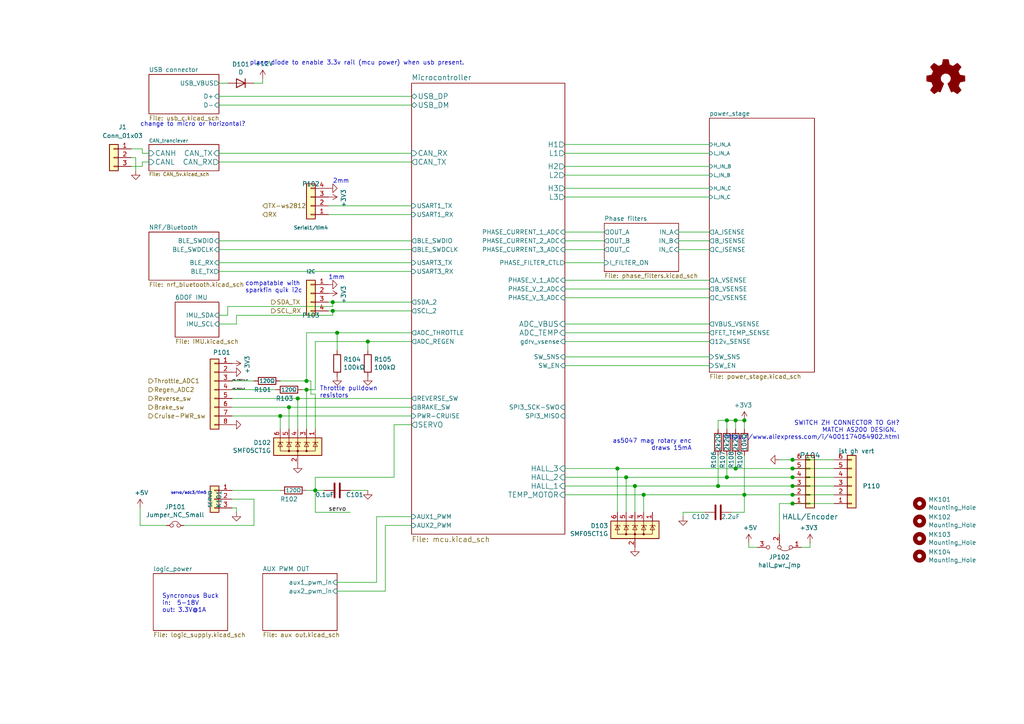
<source format=kicad_sch>
(kicad_sch (version 20210621) (generator eeschema)
  (paper "A4")
  (title_block (title "Moxie-Drive 24, vesc compatable motor controller") (date "2020-07-01") (rev "1.0") (company "Marshall Scholz"))
  (lib_symbols
    (symbol "24_control_board-rescue:+3.3V-power-MoxiE_Control_board-rescue" (power) (pin_names (offset 0))
      (property "Value" "+3.3V-power-MoxiE_Control_board-rescue" (at 0 3.556 0))
      (symbol "+3.3V-power-MoxiE_Control_board-rescue_0_1"
        (polyline (pts (xy -0.762 1.27) (xy 0 2.54)))
        (polyline (pts (xy 0 0) (xy 0 2.54)))
        (polyline (pts (xy 0 2.54) (xy 0.762 1.27)))
      )
      (symbol "+3.3V-power-MoxiE_Control_board-rescue_1_1"
        (pin power_in line (at 0 0 90) (length 0) hide (name "+3V3") (number "1"))
      )
    )
    (symbol "24_control_board-rescue:C-Device-MoxiE_Control_board-rescue" (pin_numbers hide) (pin_names (offset 0.254))
      (property "Reference" "C" (at 0.635 2.54 0))
      (property "Value" "C-Device-MoxiE_Control_board-rescue" (at 0.635 -2.54 0))
      (symbol "C-Device-MoxiE_Control_board-rescue_0_1"
        (polyline (pts (xy -2.032 -0.762) (xy 2.032 -0.762)) (stroke (width 0.508)))
        (polyline (pts (xy -2.032 0.762) (xy 2.032 0.762)) (stroke (width 0.508)))
      )
      (symbol "C-Device-MoxiE_Control_board-rescue_1_1"
        (pin passive line (at 0 3.81 270) (length 2.794) (name "~") (number "1"))
        (pin passive line (at 0 -3.81 90) (length 2.794) (name "~") (number "2"))
      )
    )
    (symbol "24_control_board-rescue:Conn_01x03-Connector_Generic-MoxiE_Control_board-rescue" (pin_names hide)
      (property "Reference" "J" (at 0 5.08 0))
      (property "Value" "Conn_01x03-Connector_Generic-MoxiE_Control_board-rescue" (at 0 -5.08 0))
      (symbol "Conn_01x03-Connector_Generic-MoxiE_Control_board-rescue_1_1"
        (rectangle (start -1.27 -2.413) (end 0 -2.667) (stroke (width 0.1524)))
        (rectangle (start -1.27 0.127) (end 0 -0.127) (stroke (width 0.1524)))
        (rectangle (start -1.27 2.667) (end 0 2.413) (stroke (width 0.1524)))
        (rectangle (start -1.27 3.81) (end 1.27 -3.81) (stroke (width 0.254)) (fill (type background)))
        (pin passive line (at -5.08 2.54 0) (length 3.81) (name "Pin_1") (number "1"))
        (pin passive line (at -5.08 0 0) (length 3.81) (name "Pin_2") (number "2"))
        (pin passive line (at -5.08 -2.54 0) (length 3.81) (name "Pin_3") (number "3"))
      )
    )
    (symbol "24_control_board-rescue:Conn_01x04-Connector_Generic-MoxiE_Control_board-rescue" (pin_names hide)
      (property "Reference" "J" (at 0 5.08 0))
      (property "Value" "Conn_01x04-Connector_Generic-MoxiE_Control_board-rescue" (at 0 -7.62 0))
      (symbol "Conn_01x04-Connector_Generic-MoxiE_Control_board-rescue_1_1"
        (rectangle (start -1.27 -4.953) (end 0 -5.207) (stroke (width 0.1524)))
        (rectangle (start -1.27 -2.413) (end 0 -2.667) (stroke (width 0.1524)))
        (rectangle (start -1.27 0.127) (end 0 -0.127) (stroke (width 0.1524)))
        (rectangle (start -1.27 2.667) (end 0 2.413) (stroke (width 0.1524)))
        (rectangle (start -1.27 3.81) (end 1.27 -6.35) (stroke (width 0.254)) (fill (type background)))
        (pin passive line (at -5.08 2.54 0) (length 3.81) (name "Pin_1") (number "1"))
        (pin passive line (at -5.08 0 0) (length 3.81) (name "Pin_2") (number "2"))
        (pin passive line (at -5.08 -2.54 0) (length 3.81) (name "Pin_3") (number "3"))
        (pin passive line (at -5.08 -5.08 0) (length 3.81) (name "Pin_4") (number "4"))
      )
    )
    (symbol "24_control_board-rescue:Conn_01x06-Connector_Generic-MoxiE_Control_board-rescue" (pin_names hide)
      (property "Reference" "J" (at 0 7.62 0))
      (property "Value" "Conn_01x06-Connector_Generic-MoxiE_Control_board-rescue" (at 0 -10.16 0))
      (symbol "Conn_01x06-Connector_Generic-MoxiE_Control_board-rescue_1_1"
        (rectangle (start -1.27 -7.493) (end 0 -7.747) (stroke (width 0.1524)))
        (rectangle (start -1.27 -4.953) (end 0 -5.207) (stroke (width 0.1524)))
        (rectangle (start -1.27 -2.413) (end 0 -2.667) (stroke (width 0.1524)))
        (rectangle (start -1.27 0.127) (end 0 -0.127) (stroke (width 0.1524)))
        (rectangle (start -1.27 2.667) (end 0 2.413) (stroke (width 0.1524)))
        (rectangle (start -1.27 5.207) (end 0 4.953) (stroke (width 0.1524)))
        (rectangle (start -1.27 6.35) (end 1.27 -8.89) (stroke (width 0.254)) (fill (type background)))
        (pin passive line (at -5.08 5.08 0) (length 3.81) (name "Pin_1") (number "1"))
        (pin passive line (at -5.08 2.54 0) (length 3.81) (name "Pin_2") (number "2"))
        (pin passive line (at -5.08 0 0) (length 3.81) (name "Pin_3") (number "3"))
        (pin passive line (at -5.08 -2.54 0) (length 3.81) (name "Pin_4") (number "4"))
        (pin passive line (at -5.08 -5.08 0) (length 3.81) (name "Pin_5") (number "5"))
        (pin passive line (at -5.08 -7.62 0) (length 3.81) (name "Pin_6") (number "6"))
      )
    )
    (symbol "24_control_board-rescue:GND-power-MoxiE_Control_board-rescue" (power) (pin_names (offset 0))
      (property "Value" "GND-power-MoxiE_Control_board-rescue" (at 0 -3.81 0))
      (symbol "GND-power-MoxiE_Control_board-rescue_0_1"
        (polyline (pts (xy 0 0) (xy 0 -1.27) (xy 1.27 -1.27) (xy 0 -2.54) (xy -1.27 -1.27) (xy 0 -1.27)))
      )
      (symbol "GND-power-MoxiE_Control_board-rescue_1_1"
        (pin power_in line (at 0 0 270) (length 0) hide (name "GND") (number "1"))
      )
    )
    (symbol "24_control_board-rescue:R-Device-MoxiE_Control_board-rescue" (pin_numbers hide) (pin_names (offset 0))
      (property "Reference" "R" (at 2.032 0 90))
      (property "Value" "R-Device-MoxiE_Control_board-rescue" (at 0 0 90))
      (symbol "R-Device-MoxiE_Control_board-rescue_0_1"
        (rectangle (start -1.016 -2.54) (end 1.016 2.54) (stroke (width 0.254)))
      )
      (symbol "R-Device-MoxiE_Control_board-rescue_1_1"
        (pin passive line (at 0 3.81 270) (length 1.27) (name "~") (number "1"))
        (pin passive line (at 0 -3.81 90) (length 1.27) (name "~") (number "2"))
      )
    )
    (symbol "Connector_Generic:Conn_01x03" (pin_names (offset 1.016) hide)
      (property "Reference" "J" (at 0 5.08 0))
      (property "Value" "Conn_01x03" (at 0 -5.08 0))
      (symbol "Conn_01x03_1_1"
        (rectangle (start -1.27 -2.413) (end 0 -2.667) (stroke (width 0.1524)))
        (rectangle (start -1.27 0.127) (end 0 -0.127) (stroke (width 0.1524)))
        (rectangle (start -1.27 2.667) (end 0 2.413) (stroke (width 0.1524)))
        (rectangle (start -1.27 3.81) (end 1.27 -3.81) (stroke (width 0.254)) (fill (type background)))
        (pin passive line (at -5.08 2.54 0) (length 3.81) (name "Pin_1") (number "1"))
        (pin passive line (at -5.08 0 0) (length 3.81) (name "Pin_2") (number "2"))
        (pin passive line (at -5.08 -2.54 0) (length 3.81) (name "Pin_3") (number "3"))
      )
    )
    (symbol "Connector_Generic:Conn_01x06" (pin_names (offset 1.016) hide)
      (property "Reference" "J" (at 0 7.62 0))
      (property "Value" "Conn_01x06" (at 0 -10.16 0))
      (symbol "Conn_01x06_1_1"
        (rectangle (start -1.27 -7.493) (end 0 -7.747) (stroke (width 0.1524)))
        (rectangle (start -1.27 -4.953) (end 0 -5.207) (stroke (width 0.1524)))
        (rectangle (start -1.27 -2.413) (end 0 -2.667) (stroke (width 0.1524)))
        (rectangle (start -1.27 0.127) (end 0 -0.127) (stroke (width 0.1524)))
        (rectangle (start -1.27 2.667) (end 0 2.413) (stroke (width 0.1524)))
        (rectangle (start -1.27 5.207) (end 0 4.953) (stroke (width 0.1524)))
        (rectangle (start -1.27 6.35) (end 1.27 -8.89) (stroke (width 0.254)) (fill (type background)))
        (pin passive line (at -5.08 5.08 0) (length 3.81) (name "Pin_1") (number "1"))
        (pin passive line (at -5.08 2.54 0) (length 3.81) (name "Pin_2") (number "2"))
        (pin passive line (at -5.08 0 0) (length 3.81) (name "Pin_3") (number "3"))
        (pin passive line (at -5.08 -2.54 0) (length 3.81) (name "Pin_4") (number "4"))
        (pin passive line (at -5.08 -5.08 0) (length 3.81) (name "Pin_5") (number "5"))
        (pin passive line (at -5.08 -7.62 0) (length 3.81) (name "Pin_6") (number "6"))
      )
    )
    (symbol "Connector_Generic:Conn_01x08" (pin_names hide)
      (property "Reference" "J" (at 0 10.16 0))
      (property "Value" "Conn_01x08" (at 0 -12.7 0))
      (symbol "Conn_01x08_1_1"
        (rectangle (start -1.27 -10.033) (end 0 -10.287) (stroke (width 0.1524)))
        (rectangle (start -1.27 -7.493) (end 0 -7.747) (stroke (width 0.1524)))
        (rectangle (start -1.27 -4.953) (end 0 -5.207) (stroke (width 0.1524)))
        (rectangle (start -1.27 -2.413) (end 0 -2.667) (stroke (width 0.1524)))
        (rectangle (start -1.27 0.127) (end 0 -0.127) (stroke (width 0.1524)))
        (rectangle (start -1.27 2.667) (end 0 2.413) (stroke (width 0.1524)))
        (rectangle (start -1.27 5.207) (end 0 4.953) (stroke (width 0.1524)))
        (rectangle (start -1.27 7.747) (end 0 7.493) (stroke (width 0.1524)))
        (rectangle (start -1.27 8.89) (end 1.27 -11.43) (stroke (width 0.254)) (fill (type background)))
        (pin passive line (at -5.08 7.62 0) (length 3.81) (name "Pin_1") (number "1"))
        (pin passive line (at -5.08 5.08 0) (length 3.81) (name "Pin_2") (number "2"))
        (pin passive line (at -5.08 2.54 0) (length 3.81) (name "Pin_3") (number "3"))
        (pin passive line (at -5.08 0 0) (length 3.81) (name "Pin_4") (number "4"))
        (pin passive line (at -5.08 -2.54 0) (length 3.81) (name "Pin_5") (number "5"))
        (pin passive line (at -5.08 -5.08 0) (length 3.81) (name "Pin_6") (number "6"))
        (pin passive line (at -5.08 -7.62 0) (length 3.81) (name "Pin_7") (number "7"))
        (pin passive line (at -5.08 -10.16 0) (length 3.81) (name "Pin_8") (number "8"))
      )
    )
    (symbol "Device:D" (pin_numbers hide) (pin_names hide)
      (property "Reference" "D" (at 0 2.54 0))
      (property "Value" "D" (at 0 -2.54 0))
      (symbol "D_0_1"
        (polyline (pts (xy -1.27 1.27) (xy -1.27 -1.27)) (stroke (width 0.254)))
        (polyline (pts (xy 1.27 0) (xy -1.27 0)))
        (polyline (pts (xy 1.27 1.27) (xy 1.27 -1.27) (xy -1.27 0) (xy 1.27 1.27)) (stroke (width 0.254)))
      )
      (symbol "D_1_1"
        (pin passive line (at -3.81 0 0) (length 2.54) (name "K") (number "1"))
        (pin passive line (at 3.81 0 180) (length 2.54) (name "A") (number "2"))
      )
    )
    (symbol "Device:Jumper_NC_Small" (pin_numbers hide) (pin_names (offset 0.762) hide)
      (property "Reference" "JP" (at 0 2.032 0))
      (property "Value" "Jumper_NC_Small" (at 0.254 -1.524 0))
      (symbol "Jumper_NC_Small_0_1"
        (arc (start 1.016 0.762) (end -1.016 0.762) (radius (at 0 -0.254) (length 1.4478) (angles 45 135)))
        (circle (center -1.016 0) (radius 0.508))
        (circle (center 1.016 0) (radius 0.508))
        (pin passive line (at -2.54 0 0) (length 1.016) (name "1") (number "1"))
        (pin passive line (at 2.54 0 180) (length 1.016) (name "2") (number "2"))
      )
    )
    (symbol "Graphic:Logo_Open_Hardware_Small"
      (symbol "Logo_Open_Hardware_Small_0_1"
        (polyline (pts (xy 3.3528 -4.3434) (xy 3.302 -4.318) (xy 3.175 -4.2418) (xy 2.9972 -4.1148) (xy 2.7686 -3.9624) (xy 2.54 -3.81) (xy 2.3622 -3.7084) (xy 2.2352 -3.6068) (xy 2.1844 -3.5814) (xy 2.159 -3.6068) (xy 2.0574 -3.6576) (xy 1.905 -3.7338) (xy 1.8034 -3.7846) (xy 1.6764 -3.8354) (xy 1.6002 -3.8354) (xy 1.6002 -3.8354) (xy 1.5494 -3.7338) (xy 1.4732 -3.5306) (xy 1.3462 -3.302) (xy 1.2446 -3.0226) (xy 1.1176 -2.7178) (xy 0.9652 -2.413) (xy 0.8636 -2.1082) (xy 0.7366 -1.8288) (xy 0.6604 -1.6256) (xy 0.6096 -1.4732) (xy 0.5842 -1.397) (xy 0.5842 -1.397) (xy 0.6604 -1.3208) (xy 0.7874 -1.2446) (xy 1.0414 -1.016) (xy 1.2954 -0.6858) (xy 1.4478 -0.3302) (xy 1.524 0.0762) (xy 1.4732 0.4572) (xy 1.3208 0.8128) (xy 1.0668 1.143) (xy 0.762 1.3716) (xy 0.4064 1.524) (xy 0 1.5748) (xy -0.381 1.5494) (xy -0.7366 1.397) (xy -1.0668 1.143) (xy -1.2192 0.9906) (xy -1.397 0.6604) (xy -1.524 0.3048) (xy -1.524 0.2286) (xy -1.4986 -0.1778) (xy -1.397 -0.5334) (xy -1.1938 -0.8636) (xy -0.9144 -1.143) (xy -0.8636 -1.1684) (xy -0.7366 -1.27) (xy -0.635 -1.3462) (xy -0.5842 -1.397) (xy -1.0668 -2.5908) (xy -1.143 -2.794) (xy -1.2954 -3.1242) (xy -1.397 -3.4036) (xy -1.4986 -3.6322) (xy -1.5748 -3.7846) (xy -1.6002 -3.8354) (xy -1.6002 -3.8354) (xy -1.651 -3.8354) (xy -1.7272 -3.81) (xy -1.905 -3.7338) (xy -2.0066 -3.683) (xy -2.1336 -3.6068) (xy -2.2098 -3.5814) (xy -2.2606 -3.6068) (xy -2.3622 -3.683) (xy -2.54 -3.81) (xy -2.7686 -3.9624) (xy -2.9718 -4.0894) (xy -3.1496 -4.2164) (xy -3.302 -4.318) (xy -3.3528 -4.3434) (xy -3.3782 -4.3434) (xy -3.429 -4.318) (xy -3.5306 -4.2164) (xy -3.7084 -4.064) (xy -3.937 -3.8354) (xy -3.9624 -3.81) (xy -4.1656 -3.6068) (xy -4.318 -3.4544) (xy -4.4196 -3.3274) (xy -4.445 -3.2766) (xy -4.445 -3.2766) (xy -4.4196 -3.2258) (xy -4.318 -3.0734) (xy -4.2164 -2.8956) (xy -4.064 -2.667) (xy -3.6576 -2.0828) (xy -3.8862 -1.5494) (xy -3.937 -1.3716) (xy -4.0386 -1.1684) (xy -4.0894 -1.0414) (xy -4.1148 -0.9652) (xy -4.191 -0.9398) (xy -4.318 -0.9144) (xy -4.5466 -0.8636) (xy -4.8006 -0.8128) (xy -5.0546 -0.7874) (xy -5.2578 -0.7366) (xy -5.4356 -0.7112) (xy -5.5118 -0.6858) (xy -5.5118 -0.6858) (xy -5.5372 -0.635) (xy -5.5372 -0.5588) (xy -5.5372 -0.4318) (xy -5.5626 -0.2286) (xy -5.5626 0.0762) (xy -5.5626 0.127) (xy -5.5372 0.4064) (xy -5.5372 0.635) (xy -5.5372 0.762) (xy -5.5372 0.8382) (xy -5.5372 0.8382) (xy -5.461 0.8382) (xy -5.3086 0.889) (xy -5.08 0.9144) (xy -4.826 0.9652) (xy -4.8006 0.9906) (xy -4.5466 1.0414) (xy -4.318 1.0668) (xy -4.1656 1.1176) (xy -4.0894 1.143) (xy -4.0894 1.143) (xy -4.0386 1.2446) (xy -3.9624 1.4224) (xy -3.8608 1.6256) (xy -3.7846 1.8288) (xy -3.7084 2.0066) (xy -3.6576 2.159) (xy -3.6322 2.2098) (xy -3.6322 2.2098) (xy -3.683 2.286) (xy -3.7592 2.413) (xy -3.8862 2.5908) (xy -4.064 2.8194) (xy -4.064 2.8448) (xy -4.2164 3.0734) (xy -4.3434 3.2512) (xy -4.4196 3.3782) (xy -4.445 3.4544) (xy -4.445 3.4544) (xy -4.3942 3.5052) (xy -4.2926 3.6322) (xy -4.1148 3.81) (xy -3.937 4.0132) (xy -3.8608 4.064) (xy -3.6576 4.2926) (xy -3.5052 4.4196) (xy -3.4036 4.4958) (xy -3.3528 4.5212) (xy -3.3528 4.5212) (xy -3.302 4.4704) (xy -3.1496 4.3688) (xy -2.9718 4.2418) (xy -2.7432 4.0894) (xy -2.7178 4.0894) (xy -2.4892 3.937) (xy -2.3114 3.81) (xy -2.1844 3.7084) (xy -2.1336 3.683) (xy -2.1082 3.683) (xy -2.032 3.7084) (xy -1.8542 3.7592) (xy -1.6764 3.8354) (xy -1.4732 3.937) (xy -1.27 4.0132) (xy -1.143 4.064) (xy -1.0668 4.1148) (xy -1.0668 4.1148) (xy -1.0414 4.191) (xy -1.016 4.3434) (xy -0.9652 4.572) (xy -0.9144 4.8514) (xy -0.889 4.9022) (xy -0.8382 5.1562) (xy -0.8128 5.3848) (xy -0.7874 5.5372) (xy -0.762 5.588) (xy -0.7112 5.6134) (xy -0.5842 5.6134) (xy -0.4064 5.6134) (xy -0.1524 5.6134) (xy 0.0762 5.6134) (xy 0.3302 5.6134) (xy 0.5334 5.6134) (xy 0.6858 5.588) (xy 0.7366 5.588) (xy 0.7366 5.588) (xy 0.762 5.5118) (xy 0.8128 5.334) (xy 0.8382 5.1054) (xy 0.9144 4.826) (xy 0.9144 4.7752) (xy 0.9652 4.5212) (xy 1.016 4.2926) (xy 1.0414 4.1402) (xy 1.0668 4.0894) (xy 1.0668 4.0894) (xy 1.1938 4.0386) (xy 1.3716 3.9624) (xy 1.5748 3.8608) (xy 2.0828 3.6576) (xy 2.7178 4.0894) (xy 2.7686 4.1402) (xy 2.9972 4.2926) (xy 3.175 4.4196) (xy 3.302 4.4958) (xy 3.3782 4.5212) (xy 3.3782 4.5212) (xy 3.429 4.4704) (xy 3.556 4.3434) (xy 3.7338 4.191) (xy 3.9116 3.9878) (xy 4.064 3.8354) (xy 4.2418 3.6576) (xy 4.3434 3.556) (xy 4.4196 3.4798) (xy 4.4196 3.429) (xy 4.4196 3.4036) (xy 4.3942 3.3274) (xy 4.2926 3.2004) (xy 4.1656 2.9972) (xy 4.0132 2.794) (xy 3.8862 2.5908) (xy 3.7592 2.3876) (xy 3.6576 2.2352) (xy 3.6322 2.159) (xy 3.6322 2.1336) (xy 3.683 2.0066) (xy 3.7592 1.8288) (xy 3.8608 1.6002) (xy 4.064 1.1176) (xy 4.3942 1.0414) (xy 4.5974 1.016) (xy 4.8768 0.9652) (xy 5.1308 0.9144) (xy 5.5372 0.8382) (xy 5.5626 -0.6604) (xy 5.4864 -0.6858) (xy 5.4356 -0.6858) (xy 5.2832 -0.7366) (xy 5.0546 -0.762) (xy 4.8006 -0.8128) (xy 4.5974 -0.8636) (xy 4.3688 -0.9144) (xy 4.2164 -0.9398) (xy 4.1402 -0.9398) (xy 4.1148 -0.9652) (xy 4.064 -1.0668) (xy 3.9878 -1.2446) (xy 3.9116 -1.4478) (xy 3.81 -1.651) (xy 3.7338 -1.8542) (xy 3.683 -2.0066) (xy 3.6576 -2.0828) (xy 3.683 -2.1336) (xy 3.7846 -2.2606) (xy 3.8862 -2.4638) (xy 4.0386 -2.667) (xy 4.191 -2.8956) (xy 4.318 -3.0734) (xy 4.3942 -3.2004) (xy 4.445 -3.2766) (xy 4.4196 -3.3274) (xy 4.3434 -3.429) (xy 4.1656 -3.5814) (xy 3.937 -3.8354) (xy 3.8862 -3.8608) (xy 3.683 -4.064) (xy 3.5306 -4.2164) (xy 3.4036 -4.318) (xy 3.3528 -4.3434)) (fill (type outline)))
      )
    )
    (symbol "Jumper:Jumper_3_Bridged12" (pin_names (offset 0) hide)
      (property "Reference" "JP" (at -2.54 -2.54 0))
      (property "Value" "Jumper_3_Bridged12" (at 0 2.794 0))
      (symbol "Jumper_3_Bridged12_0_0"
        (circle (center -3.302 0) (radius 0.508))
        (circle (center 0 0) (radius 0.508))
        (circle (center 3.302 0) (radius 0.508))
      )
      (symbol "Jumper_3_Bridged12_0_1"
        (arc (start -3.048 0.508) (end -0.254 0.508) (radius (at -1.651 -1.27) (length 2.2606) (angles 128.2 51.8)))
        (polyline (pts (xy 0 -1.27) (xy 0 -0.508)))
      )
      (symbol "Jumper_3_Bridged12_1_1"
        (pin passive line (at -6.35 0 0) (length 2.54) (name "A") (number "1"))
        (pin input line (at 0 -3.81 90) (length 2.54) (name "C") (number "2"))
        (pin passive line (at 6.35 0 180) (length 2.54) (name "B") (number "3"))
      )
    )
    (symbol "Mechanical:MountingHole"
      (property "Reference" "H" (at 0 5.08 0))
      (property "Value" "MountingHole" (at 0 3.175 0))
      (symbol "MountingHole_0_1"
        (circle (center 0 0) (radius 1.27) (stroke (width 1.27)))
      )
    )
    (symbol "Power_Protection:SP0505BAHT" (pin_names hide)
      (property "Reference" "D" (at 7.62 2.54 0))
      (property "Value" "SP0505BAHT" (at 7.62 0.635 0))
      (symbol "SP0505BAHT_0_0"
        (pin passive line (at 0 -5.08 90) (length 2.54) (name "A") (number "2"))
      )
      (symbol "SP0505BAHT_0_1"
        (circle (center -2.54 -1.27) (radius 0.254) (fill (type outline)))
        (circle (center 0 -1.27) (radius 0.254) (fill (type outline)))
        (circle (center 2.54 -1.27) (radius 0.254) (fill (type outline)))
        (rectangle (start -6.985 2.54) (end 6.985 -2.54) (stroke (width 0.254)) (fill (type background)))
        (polyline (pts (xy -5.08 2.54) (xy -5.08 1.27)))
        (polyline (pts (xy -2.54 2.54) (xy -2.54 1.27)))
        (polyline (pts (xy 0 -1.27) (xy 0 -2.54)))
        (polyline (pts (xy 0 -1.27) (xy 0 1.27)))
        (polyline (pts (xy 0 2.54) (xy 0 1.27)))
        (polyline (pts (xy 0.635 1.27) (xy 0.762 1.27)))
        (polyline (pts (xy 2.54 2.54) (xy 2.54 1.27)))
        (polyline (pts (xy 5.08 2.54) (xy 5.08 1.27)))
        (polyline (pts (xy -5.08 1.27) (xy -5.08 -1.27) (xy -2.54 -1.27)))
        (polyline (pts (xy 0.635 1.27) (xy -0.762 1.27) (xy -0.762 1.016)))
        (polyline (pts (xy 5.08 1.27) (xy 5.08 -1.27) (xy 2.54 -1.27)))
        (polyline (pts (xy -5.842 1.016) (xy -5.842 1.27) (xy -4.445 1.27) (xy -4.318 1.27)))
        (polyline (pts (xy -5.08 1.27) (xy -4.445 0) (xy -5.715 0) (xy -5.08 1.27)))
        (polyline (pts (xy -3.302 1.016) (xy -3.302 1.27) (xy -1.905 1.27) (xy -1.778 1.27)))
        (polyline (pts (xy -2.54 1.27) (xy -2.54 -1.27) (xy 2.54 -1.27) (xy 2.54 1.27)))
        (polyline (pts (xy -2.54 1.27) (xy -1.905 0) (xy -3.175 0) (xy -2.54 1.27)))
        (polyline (pts (xy 0.635 0) (xy -0.635 0) (xy 0 1.27) (xy 0.635 0)))
        (polyline (pts (xy 1.778 1.016) (xy 1.778 1.27) (xy 3.175 1.27) (xy 3.302 1.27)))
        (polyline (pts (xy 2.54 1.27) (xy 1.905 0) (xy 3.175 0) (xy 2.54 1.27)))
        (polyline (pts (xy 4.318 1.016) (xy 4.318 1.27) (xy 5.715 1.27) (xy 5.842 1.27)))
        (polyline (pts (xy 5.08 1.27) (xy 4.445 0) (xy 5.715 0) (xy 5.08 1.27)))
      )
      (symbol "SP0505BAHT_1_1"
        (pin passive line (at -5.08 5.08 270) (length 2.54) (name "K") (number "1"))
        (pin passive line (at -2.54 5.08 270) (length 2.54) (name "K") (number "3"))
        (pin passive line (at 0 5.08 270) (length 2.54) (name "K") (number "4"))
        (pin passive line (at 2.54 5.08 270) (length 2.54) (name "K") (number "5"))
        (pin passive line (at 5.08 5.08 270) (length 2.54) (name "K") (number "6"))
      )
    )
    (symbol "power:+12V" (power) (pin_names (offset 0))
      (property "Value" "+12V" (at 0 3.556 0))
      (symbol "+12V_0_1"
        (polyline (pts (xy -0.762 1.27) (xy 0 2.54)))
        (polyline (pts (xy 0 0) (xy 0 2.54)))
        (polyline (pts (xy 0 2.54) (xy 0.762 1.27)))
      )
      (symbol "+12V_1_1"
        (pin power_in line (at 0 0 90) (length 0) hide (name "+12V") (number "1"))
      )
    )
    (symbol "power:+5V" (power) (pin_names (offset 0))
      (property "Value" "+5V" (at 0 3.556 0))
      (symbol "+5V_0_1"
        (polyline (pts (xy -0.762 1.27) (xy 0 2.54)))
        (polyline (pts (xy 0 0) (xy 0 2.54)))
        (polyline (pts (xy 0 2.54) (xy 0.762 1.27)))
      )
      (symbol "+5V_1_1"
        (pin power_in line (at 0 0 90) (length 0) hide (name "+5V") (number "1"))
      )
    )
  )
  (junction (at 81.28 120.65) (diameter 1.016))
  (junction (at 83.82 118.11) (diameter 1.016))
  (junction (at 86.36 115.57) (diameter 1.016))
  (junction (at 88.9 110.49) (diameter 1.016))
  (junction (at 88.9 113.03) (diameter 1.016))
  (junction (at 91.44 142.24) (diameter 1.016))
  (junction (at 96.52 87.63) (diameter 1.016))
  (junction (at 96.52 90.17) (diameter 1.016))
  (junction (at 97.79 96.52) (diameter 1.016))
  (junction (at 106.68 99.06) (diameter 1.016))
  (junction (at 179.07 135.89) (diameter 1.016))
  (junction (at 181.61 138.43) (diameter 1.016))
  (junction (at 184.15 140.97) (diameter 1.016))
  (junction (at 186.69 143.51) (diameter 1.016))
  (junction (at 208.28 140.97) (diameter 1.016))
  (junction (at 210.82 121.92) (diameter 1.016))
  (junction (at 210.82 138.43) (diameter 1.016))
  (junction (at 213.36 121.92) (diameter 1.016))
  (junction (at 213.36 135.89) (diameter 1.016))
  (junction (at 215.9 121.92) (diameter 1.016))
  (junction (at 215.9 143.51) (diameter 1.016))
  (junction (at 229.87 133.35) (diameter 1.016))
  (junction (at 229.87 135.89) (diameter 1.016))
  (junction (at 229.87 138.43) (diameter 1.016))
  (junction (at 229.87 140.97) (diameter 1.016))
  (junction (at 229.87 143.51) (diameter 1.016))
  (junction (at 229.87 146.05) (diameter 1.016))
  (wire (pts (xy 38.1 43.18) (xy 41.275 43.18)))
  (wire (pts (xy 38.1 45.72) (xy 39.37 45.72)))
  (wire (pts (xy 38.1 48.26) (xy 41.275 48.26)))
  (wire (pts (xy 39.37 45.72) (xy 39.37 49.53)))
  (wire (pts (xy 40.64 147.32) (xy 40.64 152.4)))
  (wire (pts (xy 40.64 152.4) (xy 48.26 152.4)))
  (wire (pts (xy 41.275 44.45) (xy 41.275 43.18)))
  (wire (pts (xy 41.275 46.99) (xy 43.18 46.99)))
  (wire (pts (xy 41.275 48.26) (xy 41.275 46.99)))
  (wire (pts (xy 43.18 44.45) (xy 41.275 44.45)))
  (wire (pts (xy 53.34 152.4) (xy 73.66 152.4)))
  (wire (pts (xy 63.5 24.13) (xy 66.04 24.13)))
  (wire (pts (xy 63.5 27.94) (xy 119.38 27.94)))
  (wire (pts (xy 63.5 44.45) (xy 119.38 44.45)))
  (wire (pts (xy 63.5 46.99) (xy 119.38 46.99)))
  (wire (pts (xy 63.5 69.85) (xy 119.38 69.85)))
  (wire (pts (xy 63.5 72.39) (xy 119.38 72.39)))
  (wire (pts (xy 63.5 76.2) (xy 119.38 76.2)))
  (wire (pts (xy 63.5 78.74) (xy 119.38 78.74)))
  (wire (pts (xy 66.04 88.9) (xy 66.04 91.44)))
  (wire (pts (xy 66.04 91.44) (xy 63.5 91.44)))
  (wire (pts (xy 67.31 110.49) (xy 73.66 110.49)))
  (wire (pts (xy 67.31 113.03) (xy 80.01 113.03)))
  (wire (pts (xy 67.31 115.57) (xy 86.36 115.57)))
  (wire (pts (xy 67.31 118.11) (xy 83.82 118.11)))
  (wire (pts (xy 67.31 120.65) (xy 81.28 120.65)))
  (wire (pts (xy 67.31 142.24) (xy 81.28 142.24)))
  (wire (pts (xy 67.31 144.78) (xy 73.66 144.78)))
  (wire (pts (xy 67.31 147.32) (xy 68.58 147.32)))
  (wire (pts (xy 68.58 91.44) (xy 68.58 93.98)))
  (wire (pts (xy 68.58 93.98) (xy 63.5 93.98)))
  (wire (pts (xy 68.58 147.32) (xy 68.58 148.59)))
  (wire (pts (xy 73.66 24.13) (xy 76.2 24.13)))
  (wire (pts (xy 73.66 144.78) (xy 73.66 152.4)))
  (wire (pts (xy 76.2 24.13) (xy 76.2 22.86)))
  (wire (pts (xy 81.28 120.65) (xy 81.28 124.46)))
  (wire (pts (xy 81.28 120.65) (xy 119.38 120.65)))
  (wire (pts (xy 83.82 118.11) (xy 119.38 118.11)))
  (wire (pts (xy 83.82 124.46) (xy 83.82 118.11)))
  (wire (pts (xy 86.36 115.57) (xy 86.36 124.46)))
  (wire (pts (xy 86.36 115.57) (xy 119.38 115.57)))
  (wire (pts (xy 87.63 113.03) (xy 88.9 113.03)))
  (wire (pts (xy 88.9 96.52) (xy 88.9 110.49)))
  (wire (pts (xy 88.9 110.49) (xy 81.28 110.49)))
  (wire (pts (xy 88.9 110.49) (xy 90.17 110.49)))
  (wire (pts (xy 88.9 113.03) (xy 88.9 124.46)))
  (wire (pts (xy 88.9 113.03) (xy 91.44 113.03)))
  (wire (pts (xy 88.9 142.24) (xy 91.44 142.24)))
  (wire (pts (xy 90.17 110.49) (xy 90.17 114.3)))
  (wire (pts (xy 90.17 114.3) (xy 91.44 114.3)))
  (wire (pts (xy 91.44 99.06) (xy 106.68 99.06)))
  (wire (pts (xy 91.44 113.03) (xy 91.44 99.06)))
  (wire (pts (xy 91.44 114.3) (xy 91.44 124.46)))
  (wire (pts (xy 91.44 138.43) (xy 114.3 138.43)))
  (wire (pts (xy 91.44 142.24) (xy 91.44 138.43)))
  (wire (pts (xy 91.44 142.24) (xy 91.44 148.59)))
  (wire (pts (xy 91.44 142.24) (xy 93.98 142.24)))
  (wire (pts (xy 91.44 148.59) (xy 101.6 148.59)))
  (wire (pts (xy 95.25 62.23) (xy 119.38 62.23)))
  (wire (pts (xy 95.25 87.63) (xy 96.52 87.63)))
  (wire (pts (xy 95.25 90.17) (xy 96.52 90.17)))
  (wire (pts (xy 96.52 87.63) (xy 96.52 88.9)))
  (wire (pts (xy 96.52 87.63) (xy 119.38 87.63)))
  (wire (pts (xy 96.52 88.9) (xy 66.04 88.9)))
  (wire (pts (xy 96.52 90.17) (xy 96.52 91.44)))
  (wire (pts (xy 96.52 90.17) (xy 119.38 90.17)))
  (wire (pts (xy 96.52 91.44) (xy 68.58 91.44)))
  (wire (pts (xy 97.79 96.52) (xy 88.9 96.52)))
  (wire (pts (xy 97.79 96.52) (xy 119.38 96.52)))
  (wire (pts (xy 97.79 101.6) (xy 97.79 96.52)))
  (wire (pts (xy 97.79 168.91) (xy 109.22 168.91)))
  (wire (pts (xy 101.6 142.24) (xy 106.68 142.24)))
  (wire (pts (xy 106.68 99.06) (xy 119.38 99.06)))
  (wire (pts (xy 106.68 101.6) (xy 106.68 99.06)))
  (wire (pts (xy 109.22 149.86) (xy 109.22 168.91)))
  (wire (pts (xy 109.22 149.86) (xy 119.38 149.86)))
  (wire (pts (xy 111.76 152.4) (xy 111.76 171.45)))
  (wire (pts (xy 111.76 171.45) (xy 97.79 171.45)))
  (wire (pts (xy 114.3 138.43) (xy 114.3 123.19)))
  (wire (pts (xy 119.38 30.48) (xy 63.5 30.48)))
  (wire (pts (xy 119.38 59.69) (xy 95.25 59.69)))
  (wire (pts (xy 119.38 123.19) (xy 114.3 123.19)))
  (wire (pts (xy 119.38 152.4) (xy 111.76 152.4)))
  (wire (pts (xy 163.83 44.45) (xy 205.74 44.45)))
  (wire (pts (xy 163.83 50.8) (xy 205.74 50.8)))
  (wire (pts (xy 163.83 57.15) (xy 205.74 57.15)))
  (wire (pts (xy 163.83 69.85) (xy 175.26 69.85)))
  (wire (pts (xy 163.83 81.28) (xy 205.74 81.28)))
  (wire (pts (xy 163.83 83.82) (xy 205.74 83.82)))
  (wire (pts (xy 163.83 86.36) (xy 205.74 86.36)))
  (wire (pts (xy 163.83 93.98) (xy 205.74 93.98)))
  (wire (pts (xy 163.83 96.52) (xy 205.74 96.52)))
  (wire (pts (xy 163.83 103.505) (xy 205.74 103.505)))
  (wire (pts (xy 163.83 106.045) (xy 205.74 106.045)))
  (wire (pts (xy 163.83 135.89) (xy 179.07 135.89)))
  (wire (pts (xy 163.83 140.97) (xy 184.15 140.97)))
  (wire (pts (xy 163.83 143.51) (xy 186.69 143.51)))
  (wire (pts (xy 175.26 67.31) (xy 163.83 67.31)))
  (wire (pts (xy 175.26 72.39) (xy 163.83 72.39)))
  (wire (pts (xy 175.26 76.2) (xy 163.83 76.2)))
  (wire (pts (xy 179.07 135.89) (xy 179.07 148.59)))
  (wire (pts (xy 179.07 135.89) (xy 213.36 135.89)))
  (wire (pts (xy 181.61 138.43) (xy 163.83 138.43)))
  (wire (pts (xy 181.61 148.59) (xy 181.61 138.43)))
  (wire (pts (xy 184.15 140.97) (xy 184.15 148.59)))
  (wire (pts (xy 184.15 140.97) (xy 208.28 140.97)))
  (wire (pts (xy 186.69 143.51) (xy 186.69 148.59)))
  (wire (pts (xy 186.69 143.51) (xy 215.9 143.51)))
  (wire (pts (xy 196.85 69.85) (xy 205.74 69.85)))
  (wire (pts (xy 198.12 148.59) (xy 198.12 149.86)))
  (wire (pts (xy 204.47 148.59) (xy 198.12 148.59)))
  (wire (pts (xy 205.74 41.91) (xy 163.83 41.91)))
  (wire (pts (xy 205.74 48.26) (xy 163.83 48.26)))
  (wire (pts (xy 205.74 54.61) (xy 163.83 54.61)))
  (wire (pts (xy 205.74 67.31) (xy 196.85 67.31)))
  (wire (pts (xy 205.74 72.39) (xy 196.85 72.39)))
  (wire (pts (xy 205.74 99.06) (xy 163.83 99.06)))
  (wire (pts (xy 208.28 121.92) (xy 210.82 121.92)))
  (wire (pts (xy 208.28 124.46) (xy 208.28 121.92)))
  (wire (pts (xy 208.28 132.08) (xy 208.28 140.97)))
  (wire (pts (xy 210.82 121.92) (xy 213.36 121.92)))
  (wire (pts (xy 210.82 124.46) (xy 210.82 121.92)))
  (wire (pts (xy 210.82 132.08) (xy 210.82 138.43)))
  (wire (pts (xy 210.82 138.43) (xy 181.61 138.43)))
  (wire (pts (xy 212.09 148.59) (xy 215.9 148.59)))
  (wire (pts (xy 213.36 124.46) (xy 213.36 121.92)))
  (wire (pts (xy 213.36 132.08) (xy 213.36 135.89)))
  (wire (pts (xy 215.9 121.92) (xy 213.36 121.92)))
  (wire (pts (xy 215.9 124.46) (xy 215.9 121.92)))
  (wire (pts (xy 215.9 132.08) (xy 215.9 143.51)))
  (wire (pts (xy 215.9 148.59) (xy 215.9 143.51)))
  (wire (pts (xy 217.17 157.48) (xy 217.17 158.75)))
  (wire (pts (xy 217.17 158.75) (xy 219.71 158.75)))
  (wire (pts (xy 226.06 146.05) (xy 229.87 146.05)))
  (wire (pts (xy 226.06 154.94) (xy 226.06 146.05)))
  (wire (pts (xy 229.87 133.35) (xy 226.06 133.35)))
  (wire (pts (xy 229.87 133.35) (xy 241.935 133.35)))
  (wire (pts (xy 229.87 135.89) (xy 213.36 135.89)))
  (wire (pts (xy 229.87 135.89) (xy 241.935 135.89)))
  (wire (pts (xy 229.87 138.43) (xy 210.82 138.43)))
  (wire (pts (xy 229.87 138.43) (xy 241.935 138.43)))
  (wire (pts (xy 229.87 140.97) (xy 208.28 140.97)))
  (wire (pts (xy 229.87 140.97) (xy 241.935 140.97)))
  (wire (pts (xy 229.87 143.51) (xy 215.9 143.51)))
  (wire (pts (xy 229.87 143.51) (xy 241.935 143.51)))
  (wire (pts (xy 229.87 146.05) (xy 241.935 146.05)))
  (wire (pts (xy 232.41 158.75) (xy 234.95 158.75)))
  (wire (pts (xy 234.95 158.75) (xy 234.95 157.48)))
  (text "change to micro or horizontal?" (at 40.64 36.83 0) (effects (font (size 1.27 1.27)) (justify left bottom)))
  (text "Syncronous Buck\nin:  5-18V\nout: 3.3V@1A" (at 46.99 177.8 0) (effects (font (size 1.27 1.27)) (justify left bottom)))
  (text "servo/adc3/tim5" (at 49.53 143.51 0) (effects (font (size 0.7874 0.7874)) (justify left bottom)))
  (text "2 dedicated analog input connectors\n2 encoder / hall inputs? maybe 1 hall/encoder, 1 encoder with ribbon cable header? 5 pins needed. do 6?\nadd pins for 4th phase to micro. not on this pcb, but maybe future one\n2 servo input headers. put analog on these?\ndedicated serial header. if can pins can also do rs322, put in resistors to bypass can ic? also, why does can need vcc?" (at 67.31 -6.35 0) (effects (font (size 1.27 1.27)) (justify left bottom)))
  (text "compatable with \nsparkfin quik i2c" (at 71.12 85.09 0) (effects (font (size 1.27 1.27)) (justify left bottom)))
  (text "place diode to enable 3.3v rail (mcu power) when usb present. \n" (at 72.39 19.05 0) (effects (font (size 1.27 1.27)) (justify left bottom)))
  (text "Throttle pulldown \nresistors" (at 92.71 115.57 0) (effects (font (size 1.27 1.27)) (justify left bottom)))
  (text "1mm" (at 95.25 81.28 0) (effects (font (size 1.27 1.27)) (justify left bottom)))
  (text "2mm" (at 96.52 53.34 0) (effects (font (size 1.27 1.27)) (justify left bottom)))
  (text "as5047 mag rotary enc\ndraws 15mA" (at 200.66 130.81 180) (effects (font (size 1.27 1.27)) (justify right bottom)))
  (text "SWITCH ZH CONNECTOR TO GH?\nMATCH AS200 DESIGN. \nhttps://www.aliexpress.com/i/4001174064902.html" (at 260.985 127.635 0) (effects (font (size 1.27 1.27)) (justify right bottom)))
  (label "ADC_THROTTLE_R" (at 67.31 110.49 0) (effects (font (size 0.3556 0.3556))))
  (label "ADC_THROTTLE_R" (at 67.31 110.49 0) (effects (font (size 0 0))))
  (label "ADC_REGEN_R" (at 67.31 113.03 0) (effects (font (size 0.3556 0.3556))))
  (label "servo" (at 95.25 148.59 0))
  (hierarchical_label "Throttle_ADC1" (shape output) (at 43.18 110.49 0))
  (hierarchical_label "Regen_ADC2" (shape output) (at 43.18 113.03 0))
  (hierarchical_label "Reverse_sw" (shape output) (at 43.18 115.57 0))
  (hierarchical_label "Brake_sw" (shape output) (at 43.18 118.11 0))
  (hierarchical_label "Cruise-PWR_sw" (shape output) (at 43.18 120.65 0))
  (hierarchical_label "TX-ws2812" (shape input) (at 76.2 59.69 0))
  (hierarchical_label "RX" (shape input) (at 76.2 62.23 0))
  (hierarchical_label "SDA_TX" (shape output) (at 78.74 87.63 0))
  (hierarchical_label "SCL_RX" (shape output) (at 78.74 90.17 0))
  (symbol (lib_id "power:+5V") (at 40.64 147.32 0) (unit 1)
    (property "Reference" "#PWR0101" (effects hide))
    (property "Value" "+5V" (at 41.021 142.9258 0))
  )
  (symbol (lib_id "24_control_board-rescue:+3.3V-power-MoxiE_Control_board-rescue") (at 67.31 105.41 270) (unit 1)
    (property "Reference" "#PWR0102" (effects hide))
    (property "Value" "+3.3V" (at 71.7042 105.791 0))
  )
  (symbol (lib_id "power:+12V") (at 76.2 22.86 0) (unit 1)
    (property "Reference" "#PWR0106" (effects hide))
    (property "Value" "+12V" (at 76.581 18.4658 0))
  )
  (symbol (lib_id "24_control_board-rescue:+3.3V-power-MoxiE_Control_board-rescue") (at 95.25 57.15 270) (unit 1)
    (property "Reference" "#PWR0108" (effects hide))
    (property "Value" "+3.3V" (at 99.6442 57.531 0))
  )
  (symbol (lib_id "24_control_board-rescue:+3.3V-power-MoxiE_Control_board-rescue") (at 95.25 85.09 270) (unit 1)
    (property "Reference" "#PWR0110" (effects hide))
    (property "Value" "+3.3V" (at 99.6442 85.471 0))
  )
  (symbol (lib_id "24_control_board-rescue:+3.3V-power-MoxiE_Control_board-rescue") (at 215.9 121.92 0) (mirror y) (unit 1)
    (property "Reference" "#PWR0115" (effects hide))
    (property "Value" "+3.3V" (at 215.519 117.5258 0))
  )
  (symbol (lib_id "power:+5V") (at 217.17 157.48 0) (unit 1)
    (property "Reference" "#PWR0116" (effects hide))
    (property "Value" "+5V" (at 217.551 153.0858 0))
  )
  (symbol (lib_id "24_control_board-rescue:+3.3V-power-MoxiE_Control_board-rescue") (at 234.95 157.48 0) (mirror y) (unit 1)
    (property "Reference" "#PWR0118" (effects hide))
    (property "Value" "+3.3V" (at 234.569 153.0858 0))
  )
  (symbol (lib_id "24_control_board-rescue:GND-power-MoxiE_Control_board-rescue") (at 39.37 49.53 0) (unit 1)
    (property "Reference" "#PWR0133" (effects hide))
    (property "Value" "GND" (effects hide))
  )
  (symbol (lib_id "24_control_board-rescue:GND-power-MoxiE_Control_board-rescue") (at 67.31 107.95 90) (unit 1)
    (property "Reference" "#PWR0103" (effects hide))
    (property "Value" "GND" (effects hide))
  )
  (symbol (lib_id "24_control_board-rescue:GND-power-MoxiE_Control_board-rescue") (at 67.31 123.19 90) (unit 1)
    (property "Reference" "#PWR0104" (effects hide))
    (property "Value" "GND" (effects hide))
  )
  (symbol (lib_id "24_control_board-rescue:GND-power-MoxiE_Control_board-rescue") (at 68.58 148.59 0) (unit 1)
    (property "Reference" "#PWR0105" (effects hide))
    (property "Value" "GND" (effects hide))
  )
  (symbol (lib_id "24_control_board-rescue:GND-power-MoxiE_Control_board-rescue") (at 86.36 134.62 0) (mirror y) (unit 1)
    (property "Reference" "#PWR0119" (effects hide))
    (property "Value" "GND" (effects hide))
  )
  (symbol (lib_id "24_control_board-rescue:GND-power-MoxiE_Control_board-rescue") (at 95.25 54.61 90) (unit 1)
    (property "Reference" "#PWR0107" (effects hide))
    (property "Value" "GND" (effects hide))
  )
  (symbol (lib_id "24_control_board-rescue:GND-power-MoxiE_Control_board-rescue") (at 95.25 82.55 90) (unit 1)
    (property "Reference" "#PWR0109" (effects hide))
    (property "Value" "GND" (effects hide))
  )
  (symbol (lib_id "24_control_board-rescue:GND-power-MoxiE_Control_board-rescue") (at 97.79 109.22 0) (unit 1)
    (property "Reference" "#PWR0111" (effects hide))
    (property "Value" "GND" (effects hide))
  )
  (symbol (lib_id "24_control_board-rescue:GND-power-MoxiE_Control_board-rescue") (at 106.68 109.22 0) (unit 1)
    (property "Reference" "#PWR0112" (effects hide))
    (property "Value" "GND" (effects hide))
  )
  (symbol (lib_id "24_control_board-rescue:GND-power-MoxiE_Control_board-rescue") (at 106.68 142.24 0) (mirror y) (unit 1)
    (property "Reference" "#PWR0113" (effects hide))
    (property "Value" "GND" (effects hide))
  )
  (symbol (lib_id "24_control_board-rescue:GND-power-MoxiE_Control_board-rescue") (at 184.15 158.75 0) (unit 1)
    (property "Reference" "#PWR0120" (effects hide))
    (property "Value" "GND" (effects hide))
  )
  (symbol (lib_id "24_control_board-rescue:GND-power-MoxiE_Control_board-rescue") (at 198.12 149.86 0) (unit 1)
    (property "Reference" "#PWR0114" (effects hide))
    (property "Value" "GND" (effects hide))
  )
  (symbol (lib_id "24_control_board-rescue:GND-power-MoxiE_Control_board-rescue") (at 226.06 133.35 270) (mirror x) (unit 1)
    (property "Reference" "#PWR0117" (effects hide))
    (property "Value" "GND" (effects hide))
  )
  (symbol (lib_id "Device:Jumper_NC_Small") (at 50.8 152.4 0) (unit 1)
    (property "Reference" "JP101" (at 50.8 147.0152 0))
    (property "Value" "Jumper_NC_Small" (at 50.8 149.3266 0))
    (property "Footprint" "pkl_jumpers:J_NC_0402_20" (effects hide))
  )
  (symbol (lib_id "Mechanical:MountingHole") (at 266.7 146.05 0) (unit 1)
    (property "Reference" "MK101" (at 269.24 144.8816 0) (effects (justify left)))
    (property "Value" "Mounting_Hole" (at 269.24 147.193 0) (effects (justify left)))
    (property "Footprint" "MountingHole:MountingHole_3.2mm_M3_DIN965" (effects hide))
  )
  (symbol (lib_id "Mechanical:MountingHole") (at 266.7 151.13 0) (unit 1)
    (property "Reference" "MK102" (at 269.24 149.9616 0) (effects (justify left)))
    (property "Value" "Mounting_Hole" (at 269.24 152.273 0) (effects (justify left)))
    (property "Footprint" "MountingHole:MountingHole_3.2mm_M3_DIN965" (effects hide))
  )
  (symbol (lib_id "Mechanical:MountingHole") (at 266.7 156.21 0) (unit 1)
    (property "Reference" "MK103" (at 269.24 155.0416 0) (effects (justify left)))
    (property "Value" "Mounting_Hole" (at 269.24 157.353 0) (effects (justify left)))
    (property "Footprint" "MountingHole:MountingHole_3.2mm_M3_DIN965" (effects hide))
  )
  (symbol (lib_id "Mechanical:MountingHole") (at 266.7 161.29 0) (unit 1)
    (property "Reference" "MK104" (at 269.24 160.1216 0) (effects (justify left)))
    (property "Value" "Mounting_Hole" (at 269.24 162.433 0) (effects (justify left)))
    (property "Footprint" "MountingHole:MountingHole_3.2mm_M3_DIN965" (effects hide))
  )
  (symbol (lib_id "24_control_board-rescue:R-Device-MoxiE_Control_board-rescue") (at 77.47 110.49 270) (mirror x) (unit 1)
    (property "Reference" "R101" (at 76.2 113.03 90))
    (property "Value" "120Ω" (at 77.47 110.49 90) (effects (font (size 1.0922 1.0922))))
    (property "Footprint" "pkl_dipol:R_0402" (effects hide))
  )
  (symbol (lib_id "24_control_board-rescue:R-Device-MoxiE_Control_board-rescue") (at 83.82 113.03 270) (mirror x) (unit 1)
    (property "Reference" "R103" (at 82.55 115.57 90))
    (property "Value" "120Ω" (at 83.82 113.03 90) (effects (font (size 1.0922 1.0922))))
    (property "Footprint" "pkl_dipol:R_0402" (effects hide))
  )
  (symbol (lib_id "24_control_board-rescue:R-Device-MoxiE_Control_board-rescue") (at 85.09 142.24 270) (mirror x) (unit 1)
    (property "Reference" "R102" (at 83.82 144.78 90))
    (property "Value" "120Ω" (at 85.09 142.24 90) (effects (font (size 1.0922 1.0922))))
    (property "Footprint" "pkl_dipol:R_0402" (effects hide))
  )
  (symbol (lib_id "24_control_board-rescue:R-Device-MoxiE_Control_board-rescue") (at 97.79 105.41 0) (unit 1)
    (property "Reference" "R104" (at 99.568 104.2416 0) (effects (justify left)))
    (property "Value" "100kΩ" (at 99.568 106.553 0) (effects (justify left)))
    (property "Footprint" "pkl_dipol:R_0402" (effects hide))
  )
  (symbol (lib_id "24_control_board-rescue:R-Device-MoxiE_Control_board-rescue") (at 106.68 105.41 0) (unit 1)
    (property "Reference" "R105" (at 108.458 104.2416 0) (effects (justify left)))
    (property "Value" "100kΩ" (at 108.458 106.553 0) (effects (justify left)))
    (property "Footprint" "pkl_dipol:R_0402" (effects hide))
  )
  (symbol (lib_id "24_control_board-rescue:R-Device-MoxiE_Control_board-rescue") (at 208.28 128.27 0) (mirror x) (unit 1)
    (property "Reference" "R106" (at 207.01 133.35 90))
    (property "Value" "2k2Ω" (at 208.28 128.27 90))
    (property "Footprint" "pkl_dipol:R_0402" (effects hide))
  )
  (symbol (lib_id "24_control_board-rescue:R-Device-MoxiE_Control_board-rescue") (at 210.82 128.27 0) (mirror x) (unit 1)
    (property "Reference" "R107" (at 209.55 133.35 90))
    (property "Value" "2k2Ω" (at 210.82 128.27 90))
    (property "Footprint" "pkl_dipol:R_0402" (effects hide))
  )
  (symbol (lib_id "24_control_board-rescue:R-Device-MoxiE_Control_board-rescue") (at 213.36 128.27 0) (mirror x) (unit 1)
    (property "Reference" "R108" (at 212.09 133.35 90))
    (property "Value" "2k2Ω" (at 213.36 128.27 90))
    (property "Footprint" "pkl_dipol:R_0402" (effects hide))
  )
  (symbol (lib_id "24_control_board-rescue:R-Device-MoxiE_Control_board-rescue") (at 215.9 128.27 0) (mirror x) (unit 1)
    (property "Reference" "R109" (at 214.63 133.35 90))
    (property "Value" "10kΩ" (at 215.9 128.27 90))
    (property "Footprint" "pkl_dipol:R_0402" (effects hide))
  )
  (symbol (lib_id "Device:D") (at 69.85 24.13 180) (unit 1)
    (property "Reference" "D101" (at 69.85 18.6436 0))
    (property "Value" "D" (at 69.85 20.955 0))
    (property "Footprint" "Diode_SMD:D_SOD-323F" (effects hide))
  )
  (symbol (lib_id "24_control_board-rescue:C-Device-MoxiE_Control_board-rescue") (at 97.79 142.24 270) (unit 1)
    (property "Reference" "C101" (at 100.33 143.51 90) (effects (justify left)))
    (property "Value" "0.1uF" (at 91.44 143.51 90) (effects (justify left)))
    (property "Footprint" "pkl_dipol:C_0402" (effects hide))
  )
  (symbol (lib_id "24_control_board-rescue:C-Device-MoxiE_Control_board-rescue") (at 208.28 148.59 90) (mirror x) (unit 1)
    (property "Reference" "C102" (at 205.74 149.86 90) (effects (justify left)))
    (property "Value" "2.2uF" (at 214.63 149.86 90) (effects (justify left)))
    (property "Footprint" "pkl_dipol:C_0402" (effects hide))
  )
  (symbol (lib_id "Connector_Generic:Conn_01x03") (at 33.02 45.72 0) (mirror y) (unit 1)
    (property "Reference" "J1" (at 35.56 36.83 0))
    (property "Value" "Conn_01x03" (at 35.56 39.37 0))
    (property "Footprint" "Connector_JST:JST_GH_BM03B-GHS-TBT_1x03-1MP_P1.25mm_Vertical" (effects hide))
  )
  (symbol (lib_id "24_control_board-rescue:Conn_01x03-Connector_Generic-MoxiE_Control_board-rescue") (at 62.23 144.78 0) (mirror y) (unit 1)
    (property "Reference" "K101" (at 63.5 144.78 90))
    (property "Value" "SERVO" (at 60.96 144.78 90) (effects (font (size 1.016 1.016))))
    (property "Footprint" "Connector_JST:JST_PH_B3B-PH-K_1x03_P2.00mm_Vertical" (effects hide))
  )
  (symbol (lib_id "Jumper:Jumper_3_Bridged12") (at 226.06 158.75 180) (unit 1)
    (property "Reference" "JP102" (at 226.06 161.5694 0))
    (property "Value" "hall_pwr_jmp" (at 226.06 163.8808 0))
    (property "Footprint" "pkl_jumpers:J_NCNO_0903_15" (effects hide))
  )
  (symbol (lib_id "24_control_board-rescue:Conn_01x04-Connector_Generic-MoxiE_Control_board-rescue") (at 90.17 59.69 180) (unit 1)
    (property "Reference" "P102" (at 90.17 53.34 0))
    (property "Value" "Serial1/tim4" (at 90.17 66.04 0) (effects (font (size 1.016 1.016))))
    (property "Footprint" "Connector_JST:JST_GH_BM04B-GHS-TBT_1x04-1MP_P1.25mm_Vertical" (effects hide))
  )
  (symbol (lib_id "24_control_board-rescue:Conn_01x04-Connector_Generic-MoxiE_Control_board-rescue") (at 90.17 85.09 0) (mirror y) (unit 1)
    (property "Reference" "P103" (at 90.17 91.44 0))
    (property "Value" "I2C" (at 90.17 78.74 0) (effects (font (size 1.016 1.016))))
    (property "Footprint" "Connector_JST:JST_SH_BM04B-SRSS-TB_1x04-1MP_P1.00mm_Vertical" (effects hide))
  )
  (symbol (lib_id "24_control_board-rescue:Conn_01x06-Connector_Generic-MoxiE_Control_board-rescue") (at 234.95 140.97 0) (mirror x) (unit 1)
    (property "Reference" "P104" (at 234.95 132.08 0) (effects (font (size 1.524 1.524))))
    (property "Value" "HALL/Encoder" (at 234.95 149.86 0) (effects (font (size 1.524 1.524))))
    (property "Footprint" "Connector_JST:JST_PH_B6B-PH-K_1x06_P2.00mm_Vertical" (effects hide))
  )
  (symbol (lib_id "Connector_Generic:Conn_01x06") (at 247.015 140.97 0) (mirror x) (unit 1)
    (property "Reference" "P110" (at 250.19 140.97 0) (effects (justify left)))
    (property "Value" "jst gh vert" (at 243.205 130.81 0) (effects (justify left)))
    (property "Footprint" "Connector_JST:JST_GH_BM06B-GHS-TBT_1x06-1MP_P1.25mm_Vertical" (effects hide))
  )
  (symbol (lib_id "Graphic:Logo_Open_Hardware_Small") (at 274.32 22.86 0) (unit 1)
    (property "Reference" "#LOGO101" (effects hide))
    (property "Value" "Logo_Open_Hardware_Small" (effects hide))
  )
  (symbol (lib_id "Connector_Generic:Conn_01x08") (at 62.23 113.03 0) (mirror y) (unit 1)
    (property "Reference" "P101" (at 64.3128 102.235 0))
    (property "Value" "Conn_01x08" (effects hide))
    (property "Footprint" "Connector_JST:JST_GH_BM08B-GHS-TBT_1x08-1MP_P1.25mm_Vertical" (effects hide))
  )
  (symbol (lib_id "Power_Protection:SP0505BAHT") (at 86.36 129.54 0) (mirror y) (unit 1)
    (property "Reference" "D102" (at 78.613 128.3716 0) (effects (justify left)))
    (property "Value" " SMF05CT1G" (at 78.613 130.683 0) (effects (justify left)))
    (property "Footprint" "Package_TO_SOT_SMD:SOT-363_SC-70-6" (effects hide))
    (property "Datasheet" "http://www.littelfuse.com/~/media/files/littelfuse/technical%20resources/documents/data%20sheets/sp05xxba.pdf" (effects hide))
  )
  (symbol (lib_id "Power_Protection:SP0505BAHT") (at 184.15 153.67 0) (mirror y) (unit 1)
    (property "Reference" "D103" (at 176.403 152.5016 0) (effects (justify left)))
    (property "Value" " SMF05CT1G" (at 176.403 154.813 0) (effects (justify left)))
    (property "Footprint" "Package_TO_SOT_SMD:SOT-363_SC-70-6" (effects hide))
    (property "Datasheet" "http://www.littelfuse.com/~/media/files/littelfuse/technical%20resources/documents/data%20sheets/sp05xxba.pdf" (effects hide))
  )
  (sheet (at 50.8 87.63) (size 12.7 10.16)
    (property "Sheet name" "6DOF IMU" (at 50.8 86.9945 0) (effects (justify left bottom)))
    (property "Sheet file" "IMU.kicad_sch" (at 50.8 98.2985 0) (effects (justify left top)))
    (pin "IMU_SDA" input (at 63.5 91.44 0))
    (pin "IMU_SCL" input (at 63.5 93.98 0))
  )
  (sheet (at 76.2 166.37) (size 21.59 16.51)
    (property "Sheet name" "AUX PWM OUT" (at 76.2 165.7345 0) (effects (justify left bottom)))
    (property "Sheet file" "aux out.kicad_sch" (at 76.2 183.3885 0) (effects (justify left top)))
    (pin "aux1_pwm_in" input (at 97.79 168.91 0))
    (pin "aux2_pwm_in" input (at 97.79 171.45 0))
  )
  (sheet (at 43.18 41.91) (size 20.32 7.62)
    (property "Sheet name" "CAN_tranciever" (at 43.18 41.4015 0) (effects (font (size 1.016 1.016)) (justify left bottom)))
    (property "Sheet file" "CAN_5v.kicad_sch" (at 43.18 49.9369 0) (effects (font (size 1.016 1.016)) (justify left top)))
    (pin "CAN_RX" output (at 63.5 46.99 0) (effects (font (size 1.524 1.524))))
    (pin "CAN_TX" input (at 63.5 44.45 0) (effects (font (size 1.524 1.524))))
    (pin "CANH" input (at 43.18 44.45 180) (effects (font (size 1.524 1.524))))
    (pin "CANL" input (at 43.18 46.99 180) (effects (font (size 1.524 1.524))))
  )
  (sheet (at 119.38 24.13) (size 44.45 130.81)
    (property "Sheet name" "Microcontroller" (at 119.38 23.3675 0) (effects (font (size 1.524 1.524)) (justify left bottom)))
    (property "Sheet file" "mcu.kicad_sch" (at 119.38 155.5501 0) (effects (font (size 1.524 1.524)) (justify left top)))
    (pin "USB_DM" tri_state (at 119.38 30.48 180) (effects (font (size 1.524 1.524))))
    (pin "USB_DP" tri_state (at 119.38 27.94 180) (effects (font (size 1.524 1.524))))
    (pin "SERVO" output (at 119.38 123.19 180) (effects (font (size 1.524 1.524))))
    (pin "HALL_1" input (at 163.83 140.97 0) (effects (font (size 1.524 1.524))))
    (pin "HALL_2" input (at 163.83 138.43 0) (effects (font (size 1.524 1.524))))
    (pin "HALL_3" input (at 163.83 135.89 0) (effects (font (size 1.524 1.524))))
    (pin "TEMP_MOTOR" input (at 163.83 143.51 0) (effects (font (size 1.524 1.524))))
    (pin "L3" output (at 163.83 57.15 0) (effects (font (size 1.524 1.524))))
    (pin "L2" output (at 163.83 50.8 0) (effects (font (size 1.524 1.524))))
    (pin "L1" output (at 163.83 44.45 0) (effects (font (size 1.524 1.524))))
    (pin "H3" output (at 163.83 54.61 0) (effects (font (size 1.524 1.524))))
    (pin "H2" output (at 163.83 48.26 0) (effects (font (size 1.524 1.524))))
    (pin "H1" output (at 163.83 41.91 0) (effects (font (size 1.524 1.524))))
    (pin "CAN_RX" input (at 119.38 44.45 180) (effects (font (size 1.524 1.524))))
    (pin "CAN_TX" output (at 119.38 46.99 180) (effects (font (size 1.524 1.524))))
    (pin "ADC_TEMP" input (at 163.83 96.52 0) (effects (font (size 1.524 1.524))))
    (pin "PHASE_V_1_ADC" input (at 163.83 81.28 0))
    (pin "PHASE_V_2_ADC" input (at 163.83 83.82 0))
    (pin "PHASE_V_3_ADC" input (at 163.83 86.36 0))
    (pin "PHASE_CURRENT_1_ADC" input (at 163.83 67.31 0))
    (pin "PHASE_CURRENT_2_ADC" input (at 163.83 69.85 0))
    (pin "PHASE_CURRENT_3_ADC" input (at 163.83 72.39 0))
    (pin "ADC_VBUS" input (at 163.83 93.98 0) (effects (font (size 1.524 1.524))))
    (pin "SDA_2" output (at 119.38 87.63 180))
    (pin "SCL_2" output (at 119.38 90.17 180))
    (pin "USART3_RX" input (at 119.38 78.74 180))
    (pin "USART3_TX" input (at 119.38 76.2 180))
    (pin "USART1_RX" input (at 119.38 62.23 180))
    (pin "USART1_TX" input (at 119.38 59.69 180))
    (pin "AUX1_PWM" input (at 119.38 149.86 180))
    (pin "ADC_THROTTLE" output (at 119.38 96.52 180))
    (pin "ADC_REGEN" output (at 119.38 99.06 180))
    (pin "BRAKE_SW" output (at 119.38 118.11 180))
    (pin "gdrv_vsense" input (at 163.83 99.06 0))
    (pin "REVERSE_SW" output (at 119.38 115.57 180))
    (pin "AUX2_PWM" input (at 119.38 152.4 180))
    (pin "PWR-CRUISE" input (at 119.38 120.65 180))
    (pin "SPI3_SCK-SWO" input (at 163.83 118.11 0))
    (pin "SPI3_MISO" input (at 163.83 120.65 0))
    (pin "BLE_SWDIO" output (at 119.38 69.85 180))
    (pin "BLE_SWDCLK" output (at 119.38 72.39 180))
    (pin "PHASE_FILTER_CTL" output (at 163.83 76.2 0))
    (pin "SW_SNS" input (at 163.83 103.505 0))
    (pin "SW_EN" input (at 163.83 106.045 0))
  )
  (sheet (at 43.18 67.31) (size 20.32 13.97)
    (property "Sheet name" "NRF/Bluetooth" (at 43.18 66.6745 0) (effects (justify left bottom)))
    (property "Sheet file" "nrf_bluetooth.kicad_sch" (at 43.18 81.7885 0) (effects (justify left top)))
    (pin "BLE_TX" output (at 63.5 78.74 0))
    (pin "BLE_RX" input (at 63.5 76.2 0))
    (pin "BLE_SWDIO" input (at 63.5 69.85 0))
    (pin "BLE_SWDCLK" input (at 63.5 72.39 0))
  )
  (sheet (at 175.26 64.77) (size 21.59 13.97)
    (property "Sheet name" "Phase filters" (at 175.26 64.1345 0) (effects (justify left bottom)))
    (property "Sheet file" "phase_filters.kicad_sch" (at 175.26 79.2485 0) (effects (justify left top)))
    (pin "IN_A" input (at 196.85 67.31 0))
    (pin "OUT_A" output (at 175.26 67.31 180))
    (pin "IN_B" input (at 196.85 69.85 0))
    (pin "OUT_B" output (at 175.26 69.85 180))
    (pin "IN_C" input (at 196.85 72.39 0))
    (pin "OUT_C" output (at 175.26 72.39 180))
    (pin "I_FILTER_ON" input (at 175.26 76.2 180))
  )
  (sheet (at 43.18 21.59) (size 20.32 11.43)
    (property "Sheet name" "USB connector" (at 43.18 20.9545 0) (effects (justify left bottom)))
    (property "Sheet file" "usb_c.kicad_sch" (at 43.18 33.5285 0) (effects (justify left top)))
    (pin "D+" input (at 63.5 27.94 0))
    (pin "D-" input (at 63.5 30.48 0))
    (pin "USB_VBUS" output (at 63.5 24.13 0))
  )
  (sheet (at 44.45 166.37) (size 21.59 16.51)
    (property "Sheet name" "logic_power" (at 44.45 165.7345 0) (effects (justify left bottom)))
    (property "Sheet file" "logic_supply.kicad_sch" (at 44.45 183.3885 0) (effects (justify left top)))
  )
  (sheet (at 205.74 34.29) (size 30.48 73.66)
    (property "Sheet name" "power_stage" (at 205.74 33.6545 0) (effects (justify left bottom)))
    (property "Sheet file" "power_stage.kicad_sch" (at 205.74 108.4585 0) (effects (justify left top)))
    (pin "H_IN_A" input (at 205.74 41.91 180) (effects (font (size 0.9906 0.9906))))
    (pin "L_IN_A" input (at 205.74 44.45 180) (effects (font (size 0.9906 0.9906))))
    (pin "H_IN_B" input (at 205.74 48.26 180) (effects (font (size 0.9906 0.9906))))
    (pin "L_IN_B" input (at 205.74 50.8 180) (effects (font (size 0.9906 0.9906))))
    (pin "H_IN_C" input (at 205.74 54.61 180) (effects (font (size 0.9906 0.9906))))
    (pin "L_IN_C" input (at 205.74 57.15 180) (effects (font (size 0.9906 0.9906))))
    (pin "VBUS_VSENSE" output (at 205.74 93.98 180))
    (pin "FET_TEMP_SENSE" output (at 205.74 96.52 180))
    (pin "A_ISENSE" output (at 205.74 67.31 180))
    (pin "B_ISENSE" output (at 205.74 69.85 180))
    (pin "C_ISENSE" output (at 205.74 72.39 180))
    (pin "A_VSENSE" output (at 205.74 81.28 180))
    (pin "B_VSENSE" output (at 205.74 83.82 180))
    (pin "C_VSENSE" output (at 205.74 86.36 180))
    (pin "12v_SENSE" output (at 205.74 99.06 180))
    (pin "SW_EN" input (at 205.74 106.045 180))
    (pin "SW_SNS" input (at 205.74 103.505 180))
  )
)
</source>
